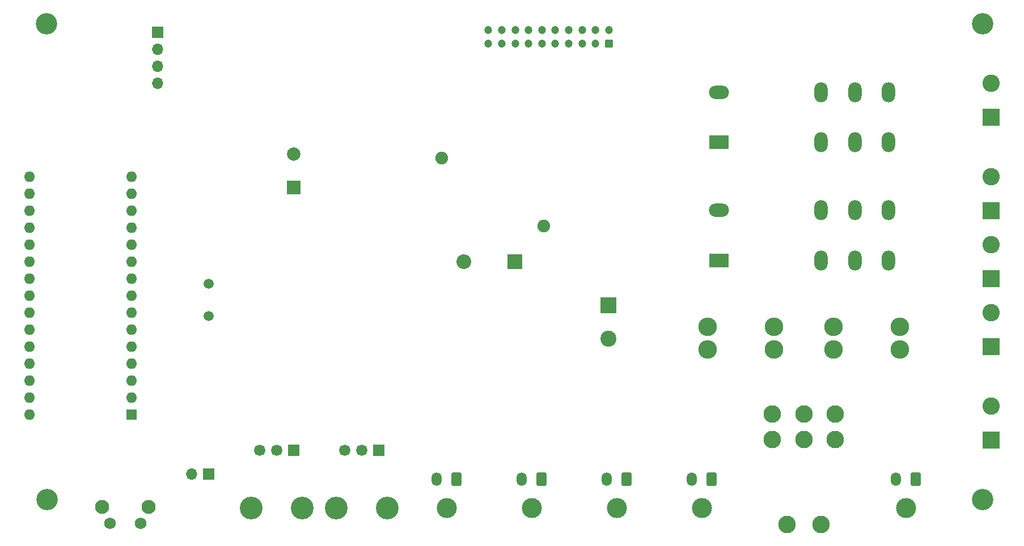
<source format=gbs>
G04 #@! TF.GenerationSoftware,KiCad,Pcbnew,(6.0.8-1)-1*
G04 #@! TF.CreationDate,2022-12-30T12:25:55-08:00*
G04 #@! TF.ProjectId,Urban Battery - BMS_complement,55726261-6e20-4426-9174-74657279202d,rev?*
G04 #@! TF.SameCoordinates,Original*
G04 #@! TF.FileFunction,Soldermask,Bot*
G04 #@! TF.FilePolarity,Negative*
%FSLAX46Y46*%
G04 Gerber Fmt 4.6, Leading zero omitted, Abs format (unit mm)*
G04 Created by KiCad (PCBNEW (6.0.8-1)-1) date 2022-12-30 12:25:55*
%MOMM*%
%LPD*%
G01*
G04 APERTURE LIST*
G04 Aperture macros list*
%AMRoundRect*
0 Rectangle with rounded corners*
0 $1 Rounding radius*
0 $2 $3 $4 $5 $6 $7 $8 $9 X,Y pos of 4 corners*
0 Add a 4 corners polygon primitive as box body*
4,1,4,$2,$3,$4,$5,$6,$7,$8,$9,$2,$3,0*
0 Add four circle primitives for the rounded corners*
1,1,$1+$1,$2,$3*
1,1,$1+$1,$4,$5*
1,1,$1+$1,$6,$7*
1,1,$1+$1,$8,$9*
0 Add four rect primitives between the rounded corners*
20,1,$1+$1,$2,$3,$4,$5,0*
20,1,$1+$1,$4,$5,$6,$7,0*
20,1,$1+$1,$6,$7,$8,$9,0*
20,1,$1+$1,$8,$9,$2,$3,0*%
G04 Aperture macros list end*
%ADD10C,3.000000*%
%ADD11RoundRect,0.250001X0.499999X0.759999X-0.499999X0.759999X-0.499999X-0.759999X0.499999X-0.759999X0*%
%ADD12O,1.500000X2.020000*%
%ADD13R,2.600000X2.600000*%
%ADD14C,2.600000*%
%ADD15R,1.600000X1.600000*%
%ADD16O,1.600000X1.600000*%
%ADD17C,3.200000*%
%ADD18C,2.780000*%
%ADD19R,2.400000X2.400000*%
%ADD20C,2.400000*%
%ADD21O,2.000000X3.000000*%
%ADD22R,3.000000X2.000000*%
%ADD23O,3.000000X2.000000*%
%ADD24R,2.200000X2.200000*%
%ADD25O,2.200000X2.200000*%
%ADD26R,1.700000X1.700000*%
%ADD27O,1.700000X1.700000*%
%ADD28C,1.500000*%
%ADD29C,3.400000*%
%ADD30R,1.690000X1.690000*%
%ADD31C,1.690000*%
%ADD32C,2.616200*%
%ADD33RoundRect,0.250000X0.350000X0.350000X-0.350000X0.350000X-0.350000X-0.350000X0.350000X-0.350000X0*%
%ADD34C,1.200000*%
%ADD35C,1.900000*%
%ADD36C,2.100000*%
%ADD37C,1.750000*%
%ADD38R,2.000000X2.000000*%
%ADD39C,2.000000*%
G04 APERTURE END LIST*
D10*
X180340000Y-129540000D03*
D11*
X181840000Y-125220000D03*
D12*
X178840000Y-125220000D03*
D13*
X223520000Y-71120000D03*
D14*
X223520000Y-66040000D03*
D10*
X210820000Y-129540000D03*
D11*
X212320000Y-125220000D03*
D12*
X209320000Y-125220000D03*
D15*
X95240000Y-115570000D03*
D16*
X95240000Y-113030000D03*
X95240000Y-110490000D03*
X95240000Y-107950000D03*
X95240000Y-105410000D03*
X95240000Y-102870000D03*
X95240000Y-100330000D03*
X95240000Y-97790000D03*
X95240000Y-95250000D03*
X95240000Y-92710000D03*
X95240000Y-90170000D03*
X95240000Y-87630000D03*
X95240000Y-85090000D03*
X95240000Y-82550000D03*
X95240000Y-80010000D03*
X80000000Y-80010000D03*
X80000000Y-82550000D03*
X80000000Y-85090000D03*
X80000000Y-87630000D03*
X80000000Y-90170000D03*
X80000000Y-92710000D03*
X80000000Y-95250000D03*
X80000000Y-97790000D03*
X80000000Y-100330000D03*
X80000000Y-102870000D03*
X80000000Y-105410000D03*
X80000000Y-107950000D03*
X80000000Y-110490000D03*
X80000000Y-113030000D03*
X80000000Y-115570000D03*
D13*
X223520000Y-85095000D03*
D14*
X223520000Y-80015000D03*
D17*
X222250000Y-128268106D03*
D18*
X181222000Y-102440000D03*
X181222000Y-105840000D03*
X191142000Y-105840000D03*
X191142000Y-102440000D03*
D19*
X166370000Y-99232323D03*
D20*
X166370000Y-104232323D03*
D10*
X167640000Y-129540000D03*
D11*
X169140000Y-125220000D03*
D12*
X166140000Y-125220000D03*
D10*
X142240000Y-129540000D03*
D11*
X143740000Y-125220000D03*
D12*
X140740000Y-125220000D03*
D21*
X208262000Y-74870000D03*
X208262000Y-67370000D03*
X198182000Y-67370000D03*
X198182000Y-74870000D03*
D22*
X182922000Y-74870000D03*
D23*
X182922000Y-67370000D03*
D21*
X203222000Y-74870000D03*
X203222000Y-67370000D03*
D13*
X223520000Y-105410000D03*
D14*
X223520000Y-100330000D03*
D24*
X152400000Y-92710000D03*
D25*
X144780000Y-92710000D03*
D26*
X106680000Y-124460000D03*
D27*
X104140000Y-124460000D03*
D10*
X154940000Y-129540000D03*
D11*
X156440000Y-125220000D03*
D12*
X153440000Y-125220000D03*
D28*
X106680000Y-95975000D03*
X106680000Y-100855000D03*
D29*
X120650000Y-129545000D03*
X113030000Y-129545000D03*
D30*
X119380000Y-120905000D03*
D31*
X116840000Y-120905000D03*
X114300000Y-120905000D03*
D13*
X223520000Y-119380000D03*
D14*
X223520000Y-114300000D03*
D32*
X193040000Y-131953000D03*
X198120000Y-131953000D03*
X200279000Y-119253000D03*
X195580000Y-119253000D03*
X190881000Y-119253000D03*
X200279000Y-115443000D03*
X195580000Y-115443000D03*
X190881000Y-115443000D03*
D29*
X125730000Y-129545000D03*
X133350000Y-129545000D03*
D30*
X132080000Y-120905000D03*
D31*
X129540000Y-120905000D03*
X127000000Y-120905000D03*
D13*
X223520000Y-95250000D03*
D14*
X223520000Y-90170000D03*
D26*
X99060000Y-58420000D03*
D27*
X99060000Y-60960000D03*
X99060000Y-63500000D03*
X99060000Y-66040000D03*
D33*
X166480000Y-60080000D03*
D34*
X166480000Y-58080000D03*
X164480000Y-60080000D03*
X164480000Y-58080000D03*
X162480000Y-60080000D03*
X162480000Y-58080000D03*
X160480000Y-60080000D03*
X160480000Y-58080000D03*
X158480000Y-60080000D03*
X158480000Y-58080000D03*
X156480000Y-60080000D03*
X156480000Y-58080000D03*
X154480000Y-60080000D03*
X154480000Y-58080000D03*
X152480000Y-60080000D03*
X152480000Y-58080000D03*
X150480000Y-60080000D03*
X150480000Y-58080000D03*
X148480000Y-60080000D03*
X148480000Y-58080000D03*
D35*
X156718000Y-87376000D03*
X141478000Y-77216000D03*
D36*
X90760000Y-129338500D03*
X97770000Y-129338500D03*
D37*
X96520000Y-131828500D03*
X92020000Y-131828500D03*
D17*
X222250000Y-57118674D03*
X82533637Y-57118674D03*
D38*
X119380000Y-81615677D03*
D39*
X119380000Y-76615677D03*
D21*
X208262000Y-85023000D03*
X208262000Y-92523000D03*
X198182000Y-92523000D03*
X198182000Y-85023000D03*
D22*
X182922000Y-92523000D03*
D23*
X182922000Y-85023000D03*
D21*
X203222000Y-85023000D03*
X203222000Y-92523000D03*
D17*
X82550000Y-128270000D03*
D18*
X200018000Y-105840000D03*
X200018000Y-102440000D03*
X209938000Y-102440000D03*
X209938000Y-105840000D03*
M02*

</source>
